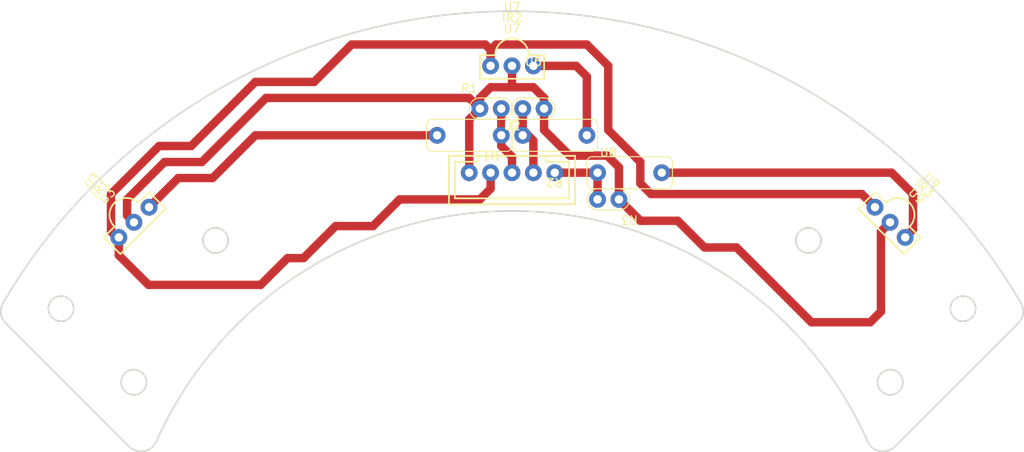
<source format=kicad_pcb>
(kicad_pcb (version 20211014) (generator pcbnew)
  (layers (0 "F.Cu" signal) (31 "B.Cu" signal) (34 "B.Paste" user) (35 "F.Paste" user) (36 "B.SilkS" user "B.Silkscreen") (37 "F.SilkS" user "F.Silkscreen") (38 "B.Mask" user) (39 "F.Mask" user) (44 "Edge.Cuts" user))
  (net 0 "")
  (net 1 "Net-(R1-Pad1)")
  (net 2 "IR1")
  (net 3 "Net-(R2-Pad1)")
  (net 4 "IR2")
  (net 5 "Net-(R3-Pad1)")
  (net 6 "IR3")
  (net 7 "GND")
  (net 8 "+5V")
  (footprint "自分のフットプリント:コネクター5ピン" (layer "F.Cu") (at 0 -55.88)
    (fp_text reference "U2" (at 0 -0.5 unlocked) (layer "F.SilkS"))
    (fp_text value "コネクター5ピン")
    (fp_line (start 4.95 8.83) (end 2.41 8.83) (layer "F.SilkS") (width 0.2))
    (fp_line (start 3.99 3.08) (end 3.99 3.78) (layer "F.SilkS") (width 0.2))
    (fp_line (start -3.99 3.08) (end -3.99 3.78) (layer "F.SilkS") (width 0.2))
    (fp_line (start 4.25 8.13) (end 6.79 8.13) (layer "F.SilkS") (width 0.2))
    (fp_line (start -6.79 3.78) (end -6.79 8.13) (layer "F.SilkS") (width 0.2))
    (fp_line (start 2.41 3.08) (end 4.95 3.08) (layer "F.SilkS") (width 0.2))
    (fp_line (start 4.95 3.08) (end 7.49 3.08) (layer "F.SilkS") (width 0.2))
    (fp_line (start 3.99 3.78) (end 6.79 3.78) (layer "F.SilkS") (width 0.2))
    (fp_line (start 6.79 3.78) (end 6.79 8.13) (layer "F.SilkS") (width 0.2))
    (fp_line (start 1.71 8.13) (end 4.25 8.13) (layer "F.SilkS") (width 0.2))
    (fp_line (start -6.79 8.13) (end 1.71 8.13) (layer "F.SilkS") (width 0.2))
    (fp_line (start 7.49 8.83) (end 4.95 8.83) (layer "F.SilkS") (width 0.2))
    (fp_line (start -7.49 8.83) (end -7.49 3.08) (layer "F.SilkS") (width 0.2))
    (fp_line (start 2.41 8.83) (end -7.49 8.83) (layer "F.SilkS") (width 0.2))
    (fp_line (start 7.49 3.08) (end 7.49 8.83) (layer "F.SilkS") (width 0.2))
    (fp_line (start -7.49 3.08) (end 2.41 3.08) (layer "F.SilkS") (width 0.2))
    (fp_line (start -3.99 3.78) (end -6.79 3.78) (layer "F.SilkS") (width 0.2))
    (pad "1" thru_hole circle (at -5.08 5.08) (size 2 2) (drill 1) (layers *.Mask "F.Cu" "In1.Cu" "B.Cu") (net 7 "GND"))
    (pad "2" thru_hole circle (at -2.54 5.08) (size 2 2) (drill 1) (layers *.Mask "F.Cu" "In1.Cu" "B.Cu") (net 8 "+5V"))
    (pad "3" thru_hole circle (at 0 5.08) (size 2 2) (drill 1) (layers *.Mask "F.Cu" "In1.Cu" "B.Cu") (net 2 "IR1"))
    (pad "4" thru_hole circle (at 2.54 5.08) (size 2 2) (drill 1) (layers *.Mask "F.Cu" "In1.Cu" "B.Cu") (net 4 "IR2"))
    (pad "5" thru_hole circle (at 5.08 5.08) (size 2 2) (drill 1) (layers *.Cu *.Mask) (net 6 "IR3"))
  )
  (footprint "自分のフットプリント:抵抗" (layer "F.Cu") (at -5.08 -60.325)
    (fp_text reference "R1" (at 0 -0.5 unlocked) (layer "F.SilkS"))
    (fp_text value "R")
    (fp_line (start -3.81 3.175) (end -1.27 3.175) (layer "F.SilkS") (width 0.12))
    (fp_line (start -1.27 3.175) (end 1.27 3.175) (layer "F.SilkS") (width 0.12))
    (fp_line (start 5.08 6.35) (end 5.08 3.81) (layer "F.SilkS") (width 0.12))
    (fp_line (start -5.08 3.81) (end -5.08 6.35) (layer "F.SilkS") (width 0.12))
    (fp_line (start 1.27 3.175) (end 4.445 3.175) (layer "F.SilkS") (width 0.12))
    (fp_line (start 4.444999 6.984999) (end -4.444999 6.984999) (layer "F.SilkS") (width 0.12))
    (fp_line (start -3.81 3.175) (end -4.445 3.175) (layer "F.SilkS") (width 0.12))
    (fp_arc (start 5.079999 6.349999) (mid 4.894012 6.799012) (end 4.444999 6.984999) (layer "F.SilkS") (width 0.12))
    (fp_arc (start -4.444999 6.984999) (mid -4.894012 6.799012) (end -5.079999 6.349999) (layer "F.SilkS") (width 0.12))
    (fp_arc (start -5.08 3.81) (mid -4.894013 3.360987) (end -4.445 3.175) (layer "F.SilkS") (width 0.12))
    (fp_arc (start 4.445 3.175) (mid 4.894013 3.360987) (end 5.08 3.81) (layer "F.SilkS") (width 0.12))
    (pad "1" thru_hole circle (at -3.81 5.08) (size 2 2) (drill 1) (layers *.Cu *.Mask) (net 1 "Net-(R1-Pad1)"))
    (pad "2" thru_hole circle (at 3.81 5.08) (size 2 2) (drill 1) (layers *.Cu *.Mask) (net 2 "IR1"))
  )
  (footprint "自分のフットプリント:抵抗" (layer "F.Cu") (at 5.08 -50.165 180)
    (fp_text reference "R2" (at 0 -0.5 180 unlocked) (layer "F.SilkS"))
    (fp_text value "R")
    (fp_line (start 4.444999 6.984999) (end -4.444999 6.984999) (layer "F.SilkS") (width 0.12))
    (fp_line (start 5.08 6.35) (end 5.08 3.81) (layer "F.SilkS") (width 0.12))
    (fp_line (start -1.27 3.175) (end 1.27 3.175) (layer "F.SilkS") (width 0.12))
    (fp_line (start -5.08 3.81) (end -5.08 6.35) (layer "F.SilkS") (width 0.12))
    (fp_line (start -3.81 3.175) (end -1.27 3.175) (layer "F.SilkS") (width 0.12))
    (fp_line (start -3.81 3.175) (end -4.445 3.175) (layer "F.SilkS") (width 0.12))
    (fp_line (start 1.27 3.175) (end 4.445 3.175) (layer "F.SilkS") (width 0.12))
    (fp_arc (start -4.444999 6.984999) (mid -4.894012 6.799012) (end -5.079999 6.349999) (layer "F.SilkS") (width 0.12))
    (fp_arc (start 5.079999 6.349999) (mid 4.894012 6.799012) (end 4.444999 6.984999) (layer "F.SilkS") (width 0.12))
    (fp_arc (start -5.08 3.81) (mid -4.894013 3.360987) (end -4.445 3.175) (layer "F.SilkS") (width 0.12))
    (fp_arc (start 4.445 3.175) (mid 4.894013 3.360987) (end 5.08 3.81) (layer "F.SilkS") (width 0.12))
    (pad "1" thru_hole circle (at -3.81 5.08 180) (size 2 2) (drill 1) (layers *.Cu *.Mask) (net 3 "Net-(R2-Pad1)"))
    (pad "2" thru_hole circle (at 3.81 5.08 180) (size 2 2) (drill 1) (layers *.Cu *.Mask) (net 4 "IR2"))
  )
  (footprint "自分のフットプリント:抵抗" (layer "F.Cu") (at 13.97 -45.72 180)
    (fp_text reference "R3" (at 0 -0.5 180 unlocked) (layer "F.SilkS"))
    (fp_text value "R")
    (fp_line (start 1.27 3.175) (end 4.445 3.175) (layer "F.SilkS") (width 0.12))
    (fp_line (start -1.27 3.175) (end 1.27 3.175) (layer "F.SilkS") (width 0.12))
    (fp_line (start 5.08 6.35) (end 5.08 3.81) (layer "F.SilkS") (width 0.12))
    (fp_line (start 4.444999 6.984999) (end -4.444999 6.984999) (layer "F.SilkS") (width 0.12))
    (fp_line (start -5.08 3.81) (end -5.08 6.35) (layer "F.SilkS") (width 0.12))
    (fp_line (start -3.81 3.175) (end -4.445 3.175) (layer "F.SilkS") (width 0.12))
    (fp_line (start -3.81 3.175) (end -1.27 3.175) (layer "F.SilkS") (width 0.12))
    (fp_arc (start 4.445 3.175) (mid 4.894013 3.360987) (end 5.08 3.81) (layer "F.SilkS") (width 0.12))
    (fp_arc (start 5.079999 6.349999) (mid 4.894012 6.799012) (end 4.444999 6.984999) (layer "F.SilkS") (width 0.12))
    (fp_arc (start -5.08 3.81) (mid -4.894013 3.360987) (end -4.445 3.175) (layer "F.SilkS") (width 0.12))
    (fp_arc (start -4.444999 6.984999) (mid -4.894012 6.799012) (end -5.079999 6.349999) (layer "F.SilkS") (width 0.12))
    (pad "1" thru_hole circle (at -3.81 5.08 180) (size 2 2) (drill 1) (layers *.Cu *.Mask) (net 5 "Net-(R3-Pad1)"))
    (pad "2" thru_hole circle (at 3.81 5.08 180) (size 2 2) (drill 1) (layers *.Cu *.Mask) (net 6 "IR3"))
  )
  (footprint "自分のフットプリント:IR素子" (layer "F.Cu") (at 49.840415 -49.840428 -45)
    (fp_text reference "U9" (at 0 0 -45 unlocked) (layer "F.SilkS"))
    (fp_text value "IR3" (at 0 1.270001 -45 unlocked) (layer "F.SilkS"))
    (fp_text user "${REFERENCE}" (at 0 2.54 -45 unlocked) (layer "F.SilkS"))
    (fp_line (start -2 5.715) (end -2.5 5.715) (layer "F.SilkS") (width 0.2))
    (fp_line (start 3.81 5.715) (end 3.81 8.515) (layer "F.SilkS") (width 0.2))
    (fp_line (start 2.5 5.715) (end 2 5.715) (layer "F.SilkS") (width 0.2))
    (fp_line (start -2.5 8.515) (end 2.5 8.515) (layer "F.SilkS") (width 0.2))
    (fp_line (start 3.81 8.515) (end 2.5 8.515) (layer "F.SilkS") (width 0.2))
    (fp_line (start 2.5 5.715) (end 3.81 5.715) (layer "F.SilkS") (width 0.2))
    (fp_line (start -3.81 8.515) (end -2.5 8.515) (layer "F.SilkS") (width 0.2))
    (fp_line (start -3.81 5.715) (end -3.81 8.515) (layer "F.SilkS") (width 0.2))
    (fp_line (start -2.5 5.715) (end -3.81 5.715) (layer "F.SilkS") (width 0.2))
    (fp_arc (start -2 5.715) (mid 0.000001 3.715) (end 2 5.715) (layer "F.SilkS") (width 0.2))
    (pad "1" thru_hole circle (at -2.54 6.985 315) (size 2 2) (drill 1) (layers *.Cu *.Mask) (net 8 "+5V"))
    (pad "2" thru_hole circle (at 0 6.985 315) (size 2 2) (drill 1) (layers *.Mask "F.Cu" "In1.Cu" "B.Cu") (net 7 "GND"))
    (pad "3" thru_hole circle (at 2.54 6.985 315) (size 2 2) (drill 1) (layers *.Mask "F.Cu" "In1.Cu" "B.Cu") (net 5 "Net-(R3-Pad1)"))
  )
  (footprint "自分のフットプリント:セラミックコンデンサー" (layer "F.Cu") (at -2.54 -53.34 180)
    (fp_text reference "U1" (at 0 -0.5 180 unlocked) (layer "F.SilkS"))
    (fp_text value "セラミックコンデンサー1")
    (fp_line (start -1.27 3.81) (end 1.27 3.81) (layer "F.SilkS") (width 0.12))
    (fp_line (start -1.27 6.35) (end 1.27 6.35) (layer "F.SilkS") (width 0.12))
    (fp_arc (start 1.27 3.81) (mid 2.54 5.08) (end 1.27 6.35) (layer "F.SilkS") (width 0.12))
    (fp_arc (start -1.27 6.35) (mid -2.54 5.08) (end -1.27 3.81) (layer "F.SilkS") (width 0.12))
    (pad "1" thru_hole circle (at -1.27 5.08 180) (size 2 2) (drill 1) (layers *.Cu *.Mask) (net 2 "IR1"))
    (pad "2" thru_hole circle (at 1.27 5.08 180) (size 2 2) (drill 1) (layers *.Cu *.Mask) (net 7 "GND"))
  )
  (footprint "自分のフットプリント:IR素子" (layer "F.Cu") (at -0.000009 -70.485)
    (fp_text reference "U7" (at 0 0 unlocked) (layer "F.SilkS"))
    (fp_text value "IR2" (at 0 1.27 unlocked) (layer "F.SilkS"))
    (fp_text user "${REFERENCE}" (at 0 2.54 unlocked) (layer "F.SilkS"))
    (fp_line (start -3.81 5.715) (end -3.81 8.515) (layer "F.SilkS") (width 0.2))
    (fp_line (start 2.5 5.715) (end 2 5.715) (layer "F.SilkS") (width 0.2))
    (fp_line (start 2.5 5.715) (end 3.81 5.715) (layer "F.SilkS") (width 0.2))
    (fp_line (start -2.5 8.515) (end 2.5 8.515) (layer "F.SilkS") (width 0.2))
    (fp_line (start -2 5.715) (end -2.5 5.715) (layer "F.SilkS") (width 0.2))
    (fp_line (start -3.81 8.515) (end -2.5 8.515) (layer "F.SilkS") (width 0.2))
    (fp_line (start 3.81 8.515) (end 2.5 8.515) (layer "F.SilkS") (width 0.2))
    (fp_line (start 3.81 5.715) (end 3.81 8.515) (layer "F.SilkS") (width 0.2))
    (fp_line (start -2.5 5.715) (end -3.81 5.715) (layer "F.SilkS") (width 0.2))
    (fp_arc (start -2 5.715) (mid 0 3.715) (end 2 5.715) (layer "F.SilkS") (width 0.2))
    (pad "1" thru_hole circle (at -2.54 6.985) (size 2 2) (drill 1) (layers *.Cu *.Mask) (net 8 "+5V"))
    (pad "2" thru_hole circle (at 0 6.985) (size 2 2) (drill 1) (layers *.Mask "F.Cu" "In1.Cu" "B.Cu") (net 7 "GND"))
    (pad "3" thru_hole circle (at 2.54 6.985) (size 2 2) (drill 1) (layers *.Mask "F.Cu" "In1.Cu" "B.Cu") (net 3 "Net-(R2-Pad1)"))
  )
  (footprint "自分のフットプリント:セラミックコンデンサー" (layer "F.Cu") (at 2.54 -63.5)
    (fp_text reference "U6" (at 0 -0.5 unlocked) (layer "F.SilkS"))
    (fp_text value "セラミックコンデンサー1")
    (fp_line (start -1.27 6.35) (end 1.27 6.35) (layer "F.SilkS") (width 0.12))
    (fp_line (start -1.27 3.81) (end 1.27 3.81) (layer "F.SilkS") (width 0.12))
    (fp_arc (start 1.27 3.81) (mid 2.54 5.08) (end 1.27 6.35) (layer "F.SilkS") (width 0.12))
    (fp_arc (start -1.27 6.35) (mid -2.54 5.08) (end -1.27 3.81) (layer "F.SilkS") (width 0.12))
    (pad "1" thru_hole circle (at -1.27 5.08) (size 2 2) (drill 1) (layers *.Cu *.Mask) (net 4 "IR2"))
    (pad "2" thru_hole circle (at 1.27 5.08) (size 2 2) (drill 1) (layers *.Cu *.Mask) (net 7 "GND"))
  )
  (footprint "自分のフットプリント:IR素子" (layer "F.Cu") (at -49.840421 -49.840421 45)
    (fp_text reference "U3" (at 0 0 45 unlocked) (layer "F.SilkS"))
    (fp_text value "IR1" (at 0 1.270001 45 unlocked) (layer "F.SilkS"))
    (fp_text user "${REFERENCE}" (at 0 2.54 45 unlocked) (layer "F.SilkS"))
    (fp_line (start 3.81 8.515) (end 2.5 8.515) (layer "F.SilkS") (width 0.2))
    (fp_line (start -2.5 5.715) (end -3.81 5.715) (layer "F.SilkS") (width 0.2))
    (fp_line (start -2.5 8.515) (end 2.5 8.515) (layer "F.SilkS") (width 0.2))
    (fp_line (start -3.81 5.715) (end -3.81 8.515) (layer "F.SilkS") (width 0.2))
    (fp_line (start 2.5 5.715) (end 2 5.715) (layer "F.SilkS") (width 0.2))
    (fp_line (start 3.81 5.715) (end 3.81 8.515) (layer "F.SilkS") (width 0.2))
    (fp_line (start 2.5 5.715) (end 3.81 5.715) (layer "F.SilkS") (width 0.2))
    (fp_line (start -3.81 8.515) (end -2.5 8.515) (layer "F.SilkS") (width 0.2))
    (fp_line (start -2 5.715) (end -2.5 5.715) (layer "F.SilkS") (width 0.2))
    (fp_arc (start -2 5.715) (mid 0.000001 3.715) (end 2 5.715) (layer "F.SilkS") (width 0.2))
    (pad "1" thru_hole circle (at -2.54 6.985 45) (size 2 2) (drill 1) (layers *.Cu *.Mask) (net 8 "+5V"))
    (pad "2" thru_hole circle (at 0 6.985 45) (size 2 2) (drill 1) (layers *.Mask "F.Cu" "In1.Cu" "B.Cu") (net 7 "GND"))
    (pad "3" thru_hole circle (at 2.54 6.985 45) (size 2 2) (drill 1) (layers *.Mask "F.Cu" "In1.Cu" "B.Cu") (net 1 "Net-(R1-Pad1)"))
  )
  (footprint "自分のフットプリント:セラミックコンデンサー" (layer "F.Cu") (at 11.43 -52.705)
    (fp_text reference "U8" (at 0 -0.5 unlocked) (layer "F.SilkS"))
    (fp_text value "セラミックコンデンサー1")
    (fp_line (start -1.27 6.35) (end 1.27 6.35) (layer "F.SilkS") (width 0.12))
    (fp_line (start -1.27 3.81) (end 1.27 3.81) (layer "F.SilkS") (width 0.12))
    (fp_arc (start 1.27 3.81) (mid 2.54 5.08) (end 1.27 6.35) (layer "F.SilkS") (width 0.12))
    (fp_arc (start -1.27 6.35) (mid -2.54 5.08) (end -1.27 3.81) (layer "F.SilkS") (width 0.12))
    (pad "1" thru_hole circle (at -1.27 5.08) (size 2 2) (drill 1) (layers *.Cu *.Mask) (net 6 "IR3"))
    (pad "2" thru_hole circle (at 1.27 5.08) (size 2 2) (drill 1) (layers *.Cu *.Mask) (net 7 "GND"))
  )
  (gr_arc (start 60.434705 -35.322024) (mid 60.691576 -34.057047) (end 60.122213 -32.89861) (layer "Edge.Cuts") (width 0.2))
  (gr_line (start -60.122231 -32.898608) (end -45.474803 -18.25118) (layer "Edge.Cuts") (width 0.2))
  (gr_circle (center 44.915505 -25.886372) (end 43.415505 -25.886372) (layer "Edge.Cuts") (width 0.2) (fill none))
  (gr_arc (start 35.778096 -44.136512) (mid 36.592836 -42.177697) (end 34.633885 -41.363286) (layer "Edge.Cuts") (width 0.2))
  (gr_circle (center 53.559255 -34.632014) (end 52.059255 -34.632014) (layer "Edge.Cuts") (width 0.2) (fill none))
  (gr_arc (start -60.434723 -35.322022) (mid -0.000009 -70.000001) (end 60.434705 -35.322024) (layer "Edge.Cuts") (width 0.2))
  (gr_circle (center -35.206007 -42.749995) (end -36.706007 -42.749995) (layer "Edge.Cuts") (width 0.2) (fill none))
  (gr_arc (start -60.122231 -32.898608) (mid -60.691577 -34.057042) (end -60.434723 -35.322022) (layer "Edge.Cuts") (width 0.2))
  (gr_circle (center -44.915524 -25.886371) (end -46.415524 -25.886371) (layer "Edge.Cuts") (width 0.2) (fill none))
  (gr_line (start 45.474785 -18.251182) (end 60.122213 -32.89861) (layer "Edge.Cuts") (width 0.2))
  (gr_arc (start -42.234244 -18.850248) (mid -0.00001 -46.25) (end 42.234226 -18.85025) (layer "Edge.Cuts") (width 0.2))
  (gr_arc (start 34.633885 -41.363286) (mid 33.819145 -43.322101) (end 35.778096 -44.136512) (layer "Edge.Cuts") (width 0.2))
  (gr_arc (start 45.474785 -18.251182) (mid 43.697 -17.698719) (end 42.234226 -18.85025) (layer "Edge.Cuts") (width 0.2))
  (gr_circle (center -53.559273 -34.632013) (end -55.059273 -34.632013) (layer "Edge.Cuts") (width 0.2) (fill none))
  (gr_arc (start -42.234244 -18.850248) (mid -43.697023 -17.69871) (end -45.474803 -18.25118) (layer "Edge.Cuts") (width 0.2))
  (segment (start -43.105229 -46.697331) (end -39.63756 -50.165) (width 1) (layer "F.Cu") (net 1))
  (segment (start -39.63756 -50.165) (end -35.56 -50.165) (width 1) (layer "F.Cu") (net 1))
  (segment (start -35.56 -50.165) (end -30.48 -55.245) (width 1) (layer "F.Cu") (net 1))
  (segment (start -30.48 -55.245) (end -8.89 -55.245) (width 1) (layer "F.Cu") (net 1))
  (segment (start -1.27 -55.245) (end -1.27 -53.975) (width 1) (layer "F.Cu") (net 2))
  (segment (start -1.27 -55.245) (end -1.27 -58.42) (width 1) (layer "F.Cu") (net 2))
  (segment (start 0 -52.705) (end 0 -50.8) (width 1) (layer "F.Cu") (net 2))
  (segment (start -1.27 -53.975) (end 0 -52.705) (width 1) (layer "F.Cu") (net 2))
  (segment (start 7.62 -63.5) (end 8.89 -62.23) (width 1) (layer "F.Cu") (net 3))
  (segment (start 2.539991 -63.5) (end 7.62 -63.5) (width 1) (layer "F.Cu") (net 3))
  (segment (start 8.89 -62.23) (end 8.89 -55.245) (width 1) (layer "F.Cu") (net 3))
  (segment (start 1.27 -55.245) (end 1.905 -55.245) (width 1) (layer "F.Cu") (net 4))
  (segment (start 2.54 -54.61) (end 2.54 -50.8) (width 1) (layer "F.Cu") (net 4))
  (segment (start 1.27 -58.42) (end 1.27 -55.245) (width 1) (layer "F.Cu") (net 4))
  (segment (start 1.905 -55.245) (end 2.54 -54.61) (width 1) (layer "F.Cu") (net 4))
  (segment (start 17.78 -50.8) (end 45.085 -50.8) (width 1) (layer "F.Cu") (net 5))
  (segment (start 47.625 -48.26) (end 47.625 -44.032911) (width 1) (layer "F.Cu") (net 5))
  (segment (start 45.085 -50.8) (end 47.625 -48.26) (width 1) (layer "F.Cu") (net 5))
  (segment (start 47.625 -44.032911) (end 46.697325 -43.105236) (width 1) (layer "F.Cu") (net 5))
  (segment (start 10.16 -50.8) (end 5.08 -50.8) (width 1) (layer "F.Cu") (net 6))
  (segment (start 10.16 -50.8) (end 10.16 -47.625) (width 1) (layer "F.Cu") (net 6))
  (segment (start -3.81 -58.42) (end -5.08 -59.69) (width 1) (layer "F.Cu") (net 7))
  (segment (start 19.685 -45.085) (end 15.24 -45.085) (width 1) (layer "F.Cu") (net 7))
  (segment (start -3.81 -58.42) (end -3.81 -59.69) (width 1) (layer "F.Cu") (net 7))
  (segment (start -0.000009 -63.5) (end -0.000009 -60.960009) (width 1) (layer "F.Cu") (net 7))
  (segment (start 3.81 -55.88) (end 6.858 -52.832) (width 1) (layer "F.Cu") (net 7))
  (segment (start 43.815 -34.29) (end 42.545 -33.02) (width 1) (layer "F.Cu") (net 7))
  (segment (start -3.81 -59.69) (end -2.54 -60.96) (width 1) (layer "F.Cu") (net 7))
  (segment (start 3.81 -59.69) (end 3.81 -58.42) (width 1) (layer "F.Cu") (net 7))
  (segment (start -29.21 -59.69) (end -36.83 -52.07) (width 1) (layer "F.Cu") (net 7))
  (segment (start 22.86 -41.91) (end 19.685 -45.085) (width 1) (layer "F.Cu") (net 7))
  (segment (start 35.56 -33.02) (end 26.67 -41.91) (width 1) (layer "F.Cu") (net 7))
  (segment (start -5.08 -57.15) (end -3.81 -58.42) (width 1) (layer "F.Cu") (net 7))
  (segment (start 3.81 -58.42) (end 3.81 -55.88) (width 1) (layer "F.Cu") (net 7))
  (segment (start -5.08 -59.69) (end -29.21 -59.69) (width 1) (layer "F.Cu") (net 7))
  (segment (start 12.7 -51.435) (end 12.7 -47.625) (width 1) (layer "F.Cu") (net 7))
  (segment (start -2.54 -60.96) (end 0 -60.96) (width 1) (layer "F.Cu") (net 7))
  (segment (start 44.901274 -44.901287) (end 43.815 -43.815013) (width 1) (layer "F.Cu") (net 7))
  (segment (start 15.24 -45.085) (end 12.7 -47.625) (width 1) (layer "F.Cu") (net 7))
  (segment (start 43.815 -43.815013) (end 43.815 -34.29) (width 1) (layer "F.Cu") (net 7))
  (segment (start -0.000009 -60.960009) (end 0 -60.96) (width 1) (layer "F.Cu") (net 7))
  (segment (start -45.72 -45.72) (end -44.90128 -44.90128) (width 1) (layer "F.Cu") (net 7))
  (segment (start -45.72 -47.625) (end -45.72 -45.72) (width 1) (layer "F.Cu") (net 7))
  (segment (start -36.83 -52.07) (end -41.275 -52.07) (width 1) (layer "F.Cu") (net 7))
  (segment (start 26.67 -41.91) (end 22.86 -41.91) (width 1) (layer "F.Cu") (net 7))
  (segment (start -41.275 -52.07) (end -45.72 -47.625) (width 1) (layer "F.Cu") (net 7))
  (segment (start -5.08 -50.8) (end -5.08 -57.15) (width 1) (layer "F.Cu") (net 7))
  (segment (start 42.545 -33.02) (end 35.56 -33.02) (width 1) (layer "F.Cu") (net 7))
  (segment (start 11.303 -52.832) (end 12.7 -51.435) (width 1) (layer "F.Cu") (net 7))
  (segment (start 0 -60.96) (end 2.54 -60.96) (width 1) (layer "F.Cu") (net 7))
  (segment (start 6.858 -52.832) (end 11.303 -52.832) (width 1) (layer "F.Cu") (net 7))
  (segment (start 2.54 -60.96) (end 3.81 -59.69) (width 1) (layer "F.Cu") (net 7))
  (segment (start -16.51 -44.45) (end -20.955 -44.45) (width 1) (layer "F.Cu") (net 8))
  (segment (start -2.540009 -65.404991) (end -2.540009 -63.5) (width 1) (layer "F.Cu") (net 8))
  (segment (start -38.1 -53.975) (end -41.91 -53.975) (width 1) (layer "F.Cu") (net 8))
  (segment (start 43.105223 -46.697338) (end 41.542561 -48.26) (width 1) (layer "F.Cu") (net 8))
  (segment (start -46.915229 -43.105229) (end -46.697331 -43.105229) (width 1) (layer "F.Cu") (net 8))
  (segment (start 15.24 -52.07) (end 11.43 -55.88) (width 1) (layer "F.Cu") (net 8))
  (segment (start -47.625 -43.815) (end -46.915229 -43.105229) (width 1) (layer "F.Cu") (net 8))
  (segment (start -46.697331 -40.982331) (end -46.697331 -43.105229) (width 1) (layer "F.Cu") (net 8))
  (segment (start -2.54 -50.8) (end -2.54 -48.895) (width 1) (layer "F.Cu") (net 8))
  (segment (start -2.540009 -65.405009) (end -3.175 -66.04) (width 1) (layer "F.Cu") (net 8))
  (segment (start 16.51 -48.26) (end 15.24 -49.53) (width 1) (layer "F.Cu") (net 8))
  (segment (start 15.24 -49.53) (end 15.24 -52.07) (width 1) (layer "F.Cu") (net 8))
  (segment (start -26.67 -40.64) (end -29.845 -37.465) (width 1) (layer "F.Cu") (net 8))
  (segment (start -3.175 -66.04) (end -19.05 -66.04) (width 1) (layer "F.Cu") (net 8))
  (segment (start 41.542561 -48.26) (end 16.51 -48.26) (width 1) (layer "F.Cu") (net 8))
  (segment (start 11.43 -55.88) (end 11.43 -63.5) (width 1) (layer "F.Cu") (net 8))
  (segment (start -47.625 -48.26) (end -47.625 -43.815) (width 1) (layer "F.Cu") (net 8))
  (segment (start -29.845 -37.465) (end -43.18 -37.465) (width 1) (layer "F.Cu") (net 8))
  (segment (start -13.335 -47.625) (end -16.51 -44.45) (width 1) (layer "F.Cu") (net 8))
  (segment (start -24.765 -40.64) (end -26.67 -40.64) (width 1) (layer "F.Cu") (net 8))
  (segment (start 11.43 -63.5) (end 8.89 -66.04) (width 1) (layer "F.Cu") (net 8))
  (segment (start -43.18 -37.465) (end -46.697331 -40.982331) (width 1) (layer "F.Cu") (net 8))
  (segment (start 8.89 -66.04) (end -1.905 -66.04) (width 1) (layer "F.Cu") (net 8))
  (segment (start -41.91 -53.975) (end -47.625 -48.26) (width 1) (layer "F.Cu") (net 8))
  (segment (start -30.48 -61.595) (end -38.1 -53.975) (width 1) (layer "F.Cu") (net 8))
  (segment (start -2.540009 -65.404991) (end -2.540009 -65.405009) (width 1) (layer "F.Cu") (net 8))
  (segment (start -2.54 -48.895) (end -3.81 -47.625) (width 1) (layer "F.Cu") (net 8))
  (segment (start -3.81 -47.625) (end -13.335 -47.625) (width 1) (layer "F.Cu") (net 8))
  (segment (start -19.05 -66.04) (end -23.495 -61.595) (width 1) (layer "F.Cu") (net 8))
  (segment (start -1.905 -66.04) (end -2.540009 -65.404991) (width 1) (layer "F.Cu") (net 8))
  (segment (start -20.955 -44.45) (end -24.765 -40.64) (width 1) (layer "F.Cu") (net 8))
  (segment (start -23.495 -61.595) (end -30.48 -61.595) (width 1) (layer "F.Cu") (net 8))
)
</source>
